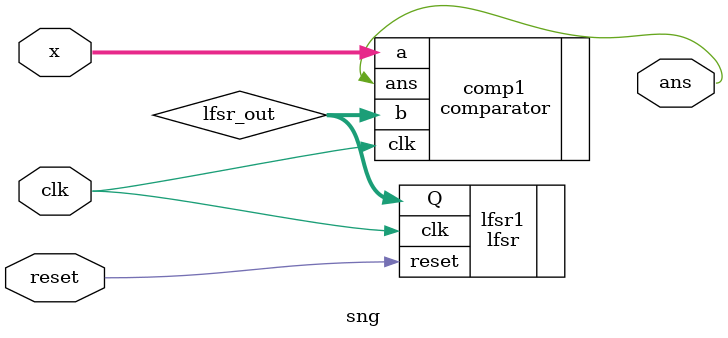
<source format=v>
`timescale 1ns / 1ps

module sng
#(parameter seed_sng = 'd1)
(
    input clk,
    input reset,
    input [15:0] x,
    output ans
);

wire [15:0] lfsr_out;

lfsr lfsr1(
    .clk(clk),
    .reset(reset),
    .Q(lfsr_out)
);

defparam lfsr1.seed = seed_sng;

comparator comp1(
    .clk(clk),
    .a(x),
    .b(lfsr_out),
    .ans(ans)
);

endmodule
</source>
